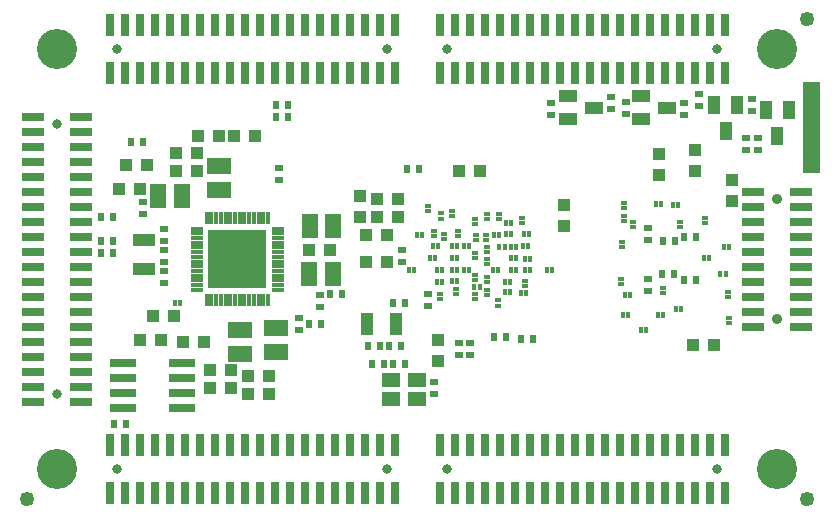
<source format=gbr>
G04 #@! TF.GenerationSoftware,KiCad,Pcbnew,5.1.0-rc2-unknown-036be7d~80~ubuntu16.04.1*
G04 #@! TF.CreationDate,2023-04-21T13:27:13+03:00*
G04 #@! TF.ProjectId,iMX8MPLUS-SOM_Rev_B,694d5838-4d50-44c5-9553-2d534f4d5f52,A*
G04 #@! TF.SameCoordinates,Original*
G04 #@! TF.FileFunction,Soldermask,Bot*
G04 #@! TF.FilePolarity,Negative*
%FSLAX46Y46*%
G04 Gerber Fmt 4.6, Leading zero omitted, Abs format (unit mm)*
G04 Created by KiCad (PCBNEW 5.1.0-rc2-unknown-036be7d~80~ubuntu16.04.1) date 2023-04-21 13:27:13*
%MOMM*%
%LPD*%
G04 APERTURE LIST*
%ADD10C,0.025400*%
%ADD11R,1.117600X1.117600*%
%ADD12R,1.501600X1.101600*%
%ADD13C,1.901600*%
%ADD14R,0.301600X1.101600*%
%ADD15R,1.101600X0.301600*%
%ADD16R,4.901601X4.901601*%
%ADD17C,0.801600*%
%ADD18R,0.801600X1.901600*%
%ADD19R,1.901600X0.801600*%
%ADD20C,1.254000*%
%ADD21C,3.401601*%
%ADD22R,0.651600X0.601600*%
%ADD23R,0.601600X0.651600*%
%ADD24R,2.101600X1.401600*%
%ADD25R,1.401600X2.101600*%
%ADD26R,1.901600X1.101600*%
%ADD27R,1.101600X1.901600*%
%ADD28R,1.501600X1.301600*%
%ADD29R,2.301600X0.701600*%
%ADD30R,1.101600X1.501600*%
%ADD31R,0.482600X0.355600*%
%ADD32R,0.355600X0.482600*%
%ADD33C,0.900000*%
G04 APERTURE END LIST*
D10*
G36*
X152146000Y-77724000D02*
G01*
X150749000Y-77724000D01*
X150749000Y-70104000D01*
X152146000Y-70104000D01*
X152146000Y-77724000D01*
G37*
X152146000Y-77724000D02*
X150749000Y-77724000D01*
X150749000Y-70104000D01*
X152146000Y-70104000D01*
X152146000Y-77724000D01*
D11*
X100076000Y-92075000D03*
X98298000Y-92075000D03*
D12*
X137068560Y-73212960D03*
X137068560Y-71310500D03*
X139278360Y-72265540D03*
X133055360Y-72265540D03*
X130845560Y-71310500D03*
X130845560Y-73212960D03*
D13*
X102870000Y-85090000D03*
D14*
X100270000Y-88540000D03*
X100670000Y-88540000D03*
X101070000Y-88540000D03*
X101470000Y-88540000D03*
X101870000Y-88540000D03*
X102270000Y-88540000D03*
X102670000Y-88540000D03*
X103070000Y-88540000D03*
X103470000Y-88540000D03*
X103870000Y-88540000D03*
X104270000Y-88540000D03*
X104670000Y-88540000D03*
X105070000Y-88540000D03*
X105470000Y-88540000D03*
D15*
X106320000Y-87690000D03*
X106320000Y-87290000D03*
X106320000Y-86890000D03*
X106320000Y-86490000D03*
X106320000Y-86090000D03*
X106320000Y-85690000D03*
X106320000Y-85290000D03*
X106320000Y-84890000D03*
X106320000Y-84490000D03*
X106320000Y-84090000D03*
X106320000Y-83690000D03*
X106320000Y-83290000D03*
X106320000Y-82890000D03*
X106320000Y-82490000D03*
D14*
X105470000Y-81640000D03*
X105070000Y-81640000D03*
X104670000Y-81640000D03*
X104270000Y-81640000D03*
X103870000Y-81640000D03*
X103470000Y-81640000D03*
X103070000Y-81640000D03*
X102670000Y-81640000D03*
X102270000Y-81640000D03*
X101870000Y-81640000D03*
X101470000Y-81640000D03*
X101070000Y-81640000D03*
X100670000Y-81640000D03*
X100270000Y-81640000D03*
D15*
X99420000Y-82490000D03*
X99420000Y-82890000D03*
X99420000Y-83290000D03*
X99420000Y-83690000D03*
X99420000Y-84090000D03*
X99420000Y-84490000D03*
X99420000Y-84890000D03*
X99420000Y-85290000D03*
X99420000Y-85690000D03*
X99420000Y-86090000D03*
X99420000Y-86490000D03*
X99420000Y-86890000D03*
X99420000Y-87290000D03*
D16*
X102870000Y-85090000D03*
D15*
X99420000Y-87690000D03*
D17*
X120650000Y-102870000D03*
D18*
X131445000Y-100838000D03*
X131445000Y-104902000D03*
X130175000Y-100838000D03*
X130175000Y-104902000D03*
X128905000Y-100838000D03*
X128905000Y-104902000D03*
X127635000Y-100838000D03*
X127635000Y-104902000D03*
X126365000Y-100838000D03*
X126365000Y-104902000D03*
X125095000Y-100838000D03*
X125095000Y-104902000D03*
X123825000Y-100838000D03*
X123825000Y-104902000D03*
X122555000Y-100838000D03*
X122555000Y-104902000D03*
X121285000Y-100838000D03*
X121285000Y-104902000D03*
X120015000Y-100838000D03*
X120015000Y-104902000D03*
X132715000Y-104902000D03*
X132715000Y-100838000D03*
X133985000Y-104902000D03*
X133985000Y-100838000D03*
X135255000Y-104902000D03*
X135255000Y-100838000D03*
X136525000Y-104902000D03*
X136525000Y-100838000D03*
X137795000Y-104902000D03*
X137795000Y-100838000D03*
X139065000Y-104902000D03*
X139065000Y-100838000D03*
X140335000Y-104902000D03*
X140335000Y-100838000D03*
X141605000Y-104902000D03*
X141605000Y-100838000D03*
X142875000Y-104902000D03*
X142875000Y-100838000D03*
X144145000Y-104902000D03*
X144145000Y-100838000D03*
D17*
X143510000Y-102870000D03*
X92710000Y-102870000D03*
D18*
X103505000Y-100838000D03*
X103505000Y-104902000D03*
X102235000Y-100838000D03*
X102235000Y-104902000D03*
X100965000Y-100838000D03*
X100965000Y-104902000D03*
X99695000Y-100838000D03*
X99695000Y-104902000D03*
X98425000Y-100838000D03*
X98425000Y-104902000D03*
X97155000Y-100838000D03*
X97155000Y-104902000D03*
X95885000Y-100838000D03*
X95885000Y-104902000D03*
X94615000Y-100838000D03*
X94615000Y-104902000D03*
X93345000Y-100838000D03*
X93345000Y-104902000D03*
X92075000Y-100838000D03*
X92075000Y-104902000D03*
X104775000Y-104902000D03*
X104775000Y-100838000D03*
X106045000Y-104902000D03*
X106045000Y-100838000D03*
X107315000Y-104902000D03*
X107315000Y-100838000D03*
X108585000Y-104902000D03*
X108585000Y-100838000D03*
X109855000Y-104902000D03*
X109855000Y-100838000D03*
X111125000Y-104902000D03*
X111125000Y-100838000D03*
X112395000Y-104902000D03*
X112395000Y-100838000D03*
X113665000Y-104902000D03*
X113665000Y-100838000D03*
X114935000Y-104902000D03*
X114935000Y-100838000D03*
X116205000Y-104902000D03*
X116205000Y-100838000D03*
D17*
X115570000Y-102870000D03*
X87630000Y-73660000D03*
D19*
X89662000Y-84455000D03*
X85598000Y-84455000D03*
X89662000Y-83185000D03*
X85598000Y-83185000D03*
X89662000Y-81915000D03*
X85598000Y-81915000D03*
X89662000Y-80645000D03*
X85598000Y-80645000D03*
X89662000Y-79375000D03*
X85598000Y-79375000D03*
X89662000Y-78105000D03*
X85598000Y-78105000D03*
X89662000Y-76835000D03*
X85598000Y-76835000D03*
X89662000Y-75565000D03*
X85598000Y-75565000D03*
X89662000Y-74295000D03*
X85598000Y-74295000D03*
X89662000Y-73025000D03*
X85598000Y-73025000D03*
X85598000Y-85725000D03*
X89662000Y-85725000D03*
X85598000Y-86995000D03*
X89662000Y-86995000D03*
X85598000Y-88265000D03*
X89662000Y-88265000D03*
X85598000Y-89535000D03*
X89662000Y-89535000D03*
X85598000Y-90805000D03*
X89662000Y-90805000D03*
X85598000Y-92075000D03*
X89662000Y-92075000D03*
X85598000Y-93345000D03*
X89662000Y-93345000D03*
X85598000Y-94615000D03*
X89662000Y-94615000D03*
X85598000Y-95885000D03*
X89662000Y-95885000D03*
X85598000Y-97155000D03*
X89662000Y-97155000D03*
D17*
X87630000Y-96520000D03*
D20*
X85090000Y-105410000D03*
X151130000Y-105410000D03*
X151130000Y-64770000D03*
D21*
X87630000Y-102870000D03*
X148590000Y-102870000D03*
X148590000Y-67310000D03*
X87630000Y-67310000D03*
D11*
X144780000Y-78359000D03*
X144780000Y-80137000D03*
X138557000Y-77978000D03*
X138557000Y-76200000D03*
X141605000Y-75819000D03*
X141605000Y-77597000D03*
X143256000Y-92329000D03*
X141478000Y-92329000D03*
D22*
X96647000Y-87122000D03*
X96647000Y-86106000D03*
X96647000Y-82550000D03*
X96647000Y-83566000D03*
D11*
X108966000Y-84328000D03*
X110744000Y-84328000D03*
X97663000Y-76073000D03*
X99441000Y-76073000D03*
X95758000Y-89916000D03*
X97536000Y-89916000D03*
X94615000Y-91948000D03*
X96393000Y-91948000D03*
X103759000Y-94996000D03*
X105537000Y-94996000D03*
X105537000Y-96520000D03*
X103759000Y-96520000D03*
X115570000Y-85344000D03*
X113792000Y-85344000D03*
X113284000Y-81534000D03*
X113284000Y-79756000D03*
X115570000Y-83058000D03*
X113792000Y-83058000D03*
X99441000Y-77597000D03*
X97663000Y-77597000D03*
X99568000Y-74676000D03*
X101346000Y-74676000D03*
X93472000Y-77089000D03*
X95250000Y-77089000D03*
X94615000Y-79121000D03*
X92837000Y-79121000D03*
X102362000Y-94488000D03*
X100584000Y-94488000D03*
X102362000Y-96012000D03*
X100584000Y-96012000D03*
X102616000Y-74676000D03*
X104394000Y-74676000D03*
X123444000Y-77597000D03*
X121666000Y-77597000D03*
X130556000Y-82296000D03*
X130556000Y-80518000D03*
D23*
X93472000Y-99060000D03*
X92456000Y-99060000D03*
D11*
X114681000Y-80010000D03*
X116459000Y-80010000D03*
X114681000Y-81534000D03*
X116459000Y-81534000D03*
X119888000Y-93726000D03*
X119888000Y-91948000D03*
D22*
X121666000Y-92202000D03*
X121666000Y-93218000D03*
X116840000Y-84328000D03*
X116840000Y-85344000D03*
D23*
X116713000Y-92456000D03*
X115697000Y-92456000D03*
X113919000Y-92456000D03*
X114935000Y-92456000D03*
D22*
X119507000Y-95504000D03*
X119507000Y-96520000D03*
D23*
X114300000Y-93980000D03*
X115316000Y-93980000D03*
D17*
X115570000Y-67310000D03*
D18*
X116205000Y-65278000D03*
X116205000Y-69342000D03*
X114935000Y-65278000D03*
X114935000Y-69342000D03*
X113665000Y-65278000D03*
X113665000Y-69342000D03*
X112395000Y-65278000D03*
X112395000Y-69342000D03*
X111125000Y-65278000D03*
X111125000Y-69342000D03*
X109855000Y-65278000D03*
X109855000Y-69342000D03*
X108585000Y-65278000D03*
X108585000Y-69342000D03*
X107315000Y-65278000D03*
X107315000Y-69342000D03*
X106045000Y-65278000D03*
X106045000Y-69342000D03*
X104775000Y-65278000D03*
X104775000Y-69342000D03*
X92075000Y-69342000D03*
X92075000Y-65278000D03*
X93345000Y-69342000D03*
X93345000Y-65278000D03*
X94615000Y-69342000D03*
X94615000Y-65278000D03*
X95885000Y-69342000D03*
X95885000Y-65278000D03*
X97155000Y-69342000D03*
X97155000Y-65278000D03*
X98425000Y-69342000D03*
X98425000Y-65278000D03*
X99695000Y-69342000D03*
X99695000Y-65278000D03*
X100965000Y-69342000D03*
X100965000Y-65278000D03*
X102235000Y-69342000D03*
X102235000Y-65278000D03*
X103505000Y-69342000D03*
X103505000Y-65278000D03*
D17*
X92710000Y-67310000D03*
X120650000Y-67310000D03*
D18*
X131445000Y-65278000D03*
X131445000Y-69342000D03*
X130175000Y-65278000D03*
X130175000Y-69342000D03*
X128905000Y-65278000D03*
X128905000Y-69342000D03*
X127635000Y-65278000D03*
X127635000Y-69342000D03*
X126365000Y-65278000D03*
X126365000Y-69342000D03*
X125095000Y-65278000D03*
X125095000Y-69342000D03*
X123825000Y-65278000D03*
X123825000Y-69342000D03*
X122555000Y-65278000D03*
X122555000Y-69342000D03*
X121285000Y-65278000D03*
X121285000Y-69342000D03*
X120015000Y-65278000D03*
X120015000Y-69342000D03*
X132715000Y-69342000D03*
X132715000Y-65278000D03*
X133985000Y-69342000D03*
X133985000Y-65278000D03*
X135255000Y-69342000D03*
X135255000Y-65278000D03*
X136525000Y-69342000D03*
X136525000Y-65278000D03*
X137795000Y-69342000D03*
X137795000Y-65278000D03*
X139065000Y-69342000D03*
X139065000Y-65278000D03*
X140335000Y-69342000D03*
X140335000Y-65278000D03*
X141605000Y-69342000D03*
X141605000Y-65278000D03*
X142875000Y-69342000D03*
X142875000Y-65278000D03*
X144145000Y-69342000D03*
X144145000Y-65278000D03*
D17*
X143510000Y-67310000D03*
D24*
X106172000Y-90948000D03*
X106172000Y-92948000D03*
D25*
X108966000Y-86360000D03*
X110966000Y-86360000D03*
X110982000Y-82296000D03*
X108982000Y-82296000D03*
D24*
X101346000Y-77232000D03*
X101346000Y-79232000D03*
D26*
X94996000Y-83459000D03*
X94996000Y-85959000D03*
D27*
X113812000Y-90551000D03*
X116312000Y-90551000D03*
D28*
X115867000Y-95339000D03*
X118067000Y-96939000D03*
X118067000Y-95339000D03*
X115867000Y-96939000D03*
D22*
X137668000Y-82423000D03*
X137668000Y-83439000D03*
D23*
X139954000Y-83566000D03*
X138938000Y-83566000D03*
X141732000Y-83185000D03*
X140716000Y-83185000D03*
D22*
X137668000Y-87757000D03*
X137668000Y-86741000D03*
D23*
X139827000Y-86360000D03*
X138811000Y-86360000D03*
X141732000Y-86868000D03*
X140716000Y-86868000D03*
D22*
X106426000Y-77343000D03*
X106426000Y-78359000D03*
D23*
X107188000Y-73025000D03*
X106172000Y-73025000D03*
X107188000Y-72009000D03*
X106172000Y-72009000D03*
D22*
X96647000Y-85344000D03*
X96647000Y-84328000D03*
X108077000Y-90043000D03*
X108077000Y-91059000D03*
D23*
X110744000Y-88011000D03*
X111760000Y-88011000D03*
X109982000Y-90551000D03*
X108966000Y-90551000D03*
D22*
X109855000Y-89154000D03*
X109855000Y-88138000D03*
D23*
X126873000Y-91821000D03*
X127889000Y-91821000D03*
X125603000Y-91694000D03*
X124587000Y-91694000D03*
D22*
X122555000Y-92202000D03*
X122555000Y-93218000D03*
D23*
X117221000Y-77470000D03*
X118237000Y-77470000D03*
D22*
X118999000Y-89027000D03*
X118999000Y-88011000D03*
D23*
X116078000Y-88773000D03*
X117094000Y-88773000D03*
X117094000Y-93980000D03*
X116078000Y-93980000D03*
D29*
X93171000Y-97663000D03*
X93171000Y-96393000D03*
X93171000Y-95123000D03*
X93171000Y-93853000D03*
X98171000Y-93853000D03*
X98171000Y-95123000D03*
X98171000Y-96393000D03*
X98171000Y-97663000D03*
D30*
X147640040Y-72425560D03*
X149542500Y-72425560D03*
X148587460Y-74635360D03*
X144203420Y-74254360D03*
X145158460Y-72044560D03*
X143256000Y-72044560D03*
D22*
X146431000Y-71501000D03*
X146431000Y-72517000D03*
X141986000Y-71120000D03*
X141986000Y-72136000D03*
X146939000Y-75819000D03*
X146939000Y-74803000D03*
X145923000Y-74803000D03*
X145923000Y-75819000D03*
X129413000Y-71882000D03*
X129413000Y-72898000D03*
X135763000Y-71755000D03*
X135763000Y-72771000D03*
X134493000Y-71374000D03*
X134493000Y-72390000D03*
X140716000Y-72898000D03*
X140716000Y-71882000D03*
D31*
X124028200Y-84505800D03*
X124028200Y-84074000D03*
X123000000Y-84534100D03*
X123000000Y-84965900D03*
D32*
X125488700Y-84023200D03*
X125056900Y-84023200D03*
X122453400Y-84000000D03*
X122021600Y-84000000D03*
D31*
X123063000Y-83034100D03*
X123063000Y-83465900D03*
X123952000Y-83465900D03*
X123952000Y-83034100D03*
D32*
X125044200Y-83007200D03*
X124612400Y-83007200D03*
D31*
X122986800Y-81661000D03*
X122986800Y-82092800D03*
X124002800Y-86995000D03*
X124002800Y-86563200D03*
X122986800Y-86448900D03*
X122986800Y-86880700D03*
D32*
X126022100Y-86004400D03*
X126453900Y-86004400D03*
X125590300Y-82956400D03*
X126022100Y-82956400D03*
X126453900Y-84023200D03*
X126022100Y-84023200D03*
D31*
X119507000Y-83108800D03*
X119507000Y-82677000D03*
D32*
X121500900Y-85000000D03*
X121069100Y-85000000D03*
X126022100Y-85000000D03*
X126453900Y-85000000D03*
X124500000Y-86000000D03*
X124931800Y-86000000D03*
X121500900Y-86000000D03*
X121069100Y-86000000D03*
X122453400Y-86004400D03*
X122021600Y-86004400D03*
X121069100Y-86918800D03*
X121500900Y-86918800D03*
X125514100Y-87045800D03*
X125945900Y-87045800D03*
D31*
X127000000Y-82003900D03*
X127000000Y-81572100D03*
D32*
X127330200Y-87985600D03*
X126898400Y-87985600D03*
D31*
X127254000Y-86944200D03*
X127254000Y-87376000D03*
D32*
X127673100Y-85979000D03*
X127241300Y-85979000D03*
X127241300Y-85064600D03*
X127673100Y-85064600D03*
X127495300Y-83947000D03*
X127063500Y-83947000D03*
X127114300Y-82956400D03*
X127546100Y-82956400D03*
X119138700Y-85013800D03*
X119570500Y-85013800D03*
X117386100Y-86000000D03*
X117817900Y-86000000D03*
X120230900Y-86995000D03*
X119799100Y-86995000D03*
X98005900Y-88773000D03*
X97574100Y-88773000D03*
D31*
X124002800Y-81267300D03*
X124002800Y-81699100D03*
D32*
X125590300Y-81991200D03*
X126022100Y-81991200D03*
X125514100Y-87833200D03*
X125945900Y-87833200D03*
D31*
X121005600Y-80975200D03*
X121005600Y-81407000D03*
X124993400Y-81699100D03*
X124993400Y-81267300D03*
X118999000Y-80556100D03*
X118999000Y-80987900D03*
D32*
X119830900Y-84000000D03*
X119399100Y-84000000D03*
X118465600Y-83007200D03*
X118033800Y-83007200D03*
D31*
X124917200Y-89014300D03*
X124917200Y-88582500D03*
X123000000Y-88034100D03*
X123000000Y-88465900D03*
X120091200Y-81216500D03*
X120091200Y-81648300D03*
X120396000Y-83362800D03*
X120396000Y-82931000D03*
X121539000Y-82677000D03*
X121539000Y-83108800D03*
X120015000Y-88442800D03*
X120015000Y-88011000D03*
X121412000Y-87630000D03*
X121412000Y-88061800D03*
D32*
X119799100Y-86000000D03*
X120230900Y-86000000D03*
D31*
X124002800Y-85521800D03*
X124002800Y-85090000D03*
D32*
X121031000Y-83947000D03*
X121462800Y-83947000D03*
X123367800Y-87444580D03*
X122936000Y-87444580D03*
D31*
X123985020Y-87673180D03*
X123985020Y-88104980D03*
X135636000Y-81838800D03*
X135636000Y-81407000D03*
X142494000Y-82042000D03*
X142494000Y-81610200D03*
X138938000Y-87503000D03*
X138938000Y-87934800D03*
X144399000Y-88315800D03*
X144399000Y-87884000D03*
X140335000Y-82346800D03*
X140335000Y-81915000D03*
D32*
X144200000Y-86360000D03*
X143768200Y-86360000D03*
X139992100Y-89281000D03*
X140423900Y-89281000D03*
X135940800Y-89789000D03*
X135509000Y-89789000D03*
D31*
X136398000Y-82346800D03*
X136398000Y-81915000D03*
X135382000Y-87210900D03*
X135382000Y-86779100D03*
D32*
X140208000Y-80518000D03*
X139776200Y-80518000D03*
X138938000Y-89789000D03*
X138506200Y-89789000D03*
X144526000Y-84074000D03*
X144094200Y-84074000D03*
X142798800Y-84963000D03*
X142367000Y-84963000D03*
D31*
X135636000Y-80733900D03*
X135636000Y-80302100D03*
X144526000Y-90512900D03*
X144526000Y-90081100D03*
X135432800Y-83642200D03*
X135432800Y-84074000D03*
D32*
X136105900Y-88138000D03*
X135674100Y-88138000D03*
X138734800Y-80391000D03*
X138303000Y-80391000D03*
X137502900Y-91059000D03*
X137071100Y-91059000D03*
D22*
X94869000Y-81280000D03*
X94869000Y-80264000D03*
D23*
X92329000Y-81534000D03*
X91313000Y-81534000D03*
X92329000Y-83566000D03*
X91313000Y-83566000D03*
D33*
X148590000Y-90170000D03*
D19*
X146558000Y-79375000D03*
X150622000Y-79375000D03*
X146558000Y-80645000D03*
X150622000Y-80645000D03*
X146558000Y-81915000D03*
X150622000Y-81915000D03*
X146558000Y-83185000D03*
X150622000Y-83185000D03*
X146558000Y-84455000D03*
X150622000Y-84455000D03*
X146558000Y-85725000D03*
X150622000Y-85725000D03*
X146558000Y-86995000D03*
X150622000Y-86995000D03*
X146558000Y-88265000D03*
X150622000Y-88265000D03*
X146558000Y-89535000D03*
X150622000Y-89535000D03*
X146558000Y-90805000D03*
X150622000Y-90805000D03*
D33*
X148590000Y-80010000D03*
D23*
X94869000Y-75184000D03*
X93853000Y-75184000D03*
X92329000Y-84582000D03*
X91313000Y-84582000D03*
D32*
X129501900Y-85979000D03*
X129070100Y-85979000D03*
D25*
X98155000Y-79756000D03*
X96155000Y-79756000D03*
D24*
X103124000Y-91075000D03*
X103124000Y-93075000D03*
M02*

</source>
